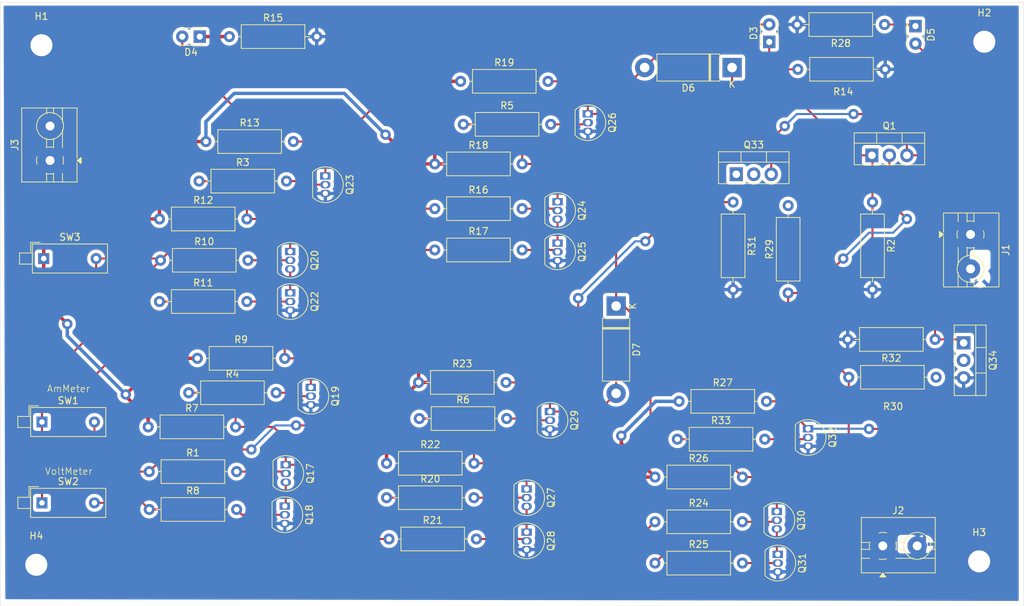
<source format=kicad_pcb>
(kicad_pcb (version 20240108) (generator "pcbnew") (generator_version "8.0")
  (layers (0 "F.Cu" signal) (31 "B.Cu" signal) (34 "B.Paste" user) (35 "F.Paste" user) (36 "B.SilkS" user "B.Silkscreen") (37 "F.SilkS" user "F.Silkscreen") (38 "B.Mask" user) (39 "F.Mask" user) (44 "Edge.Cuts" user))
  (net 0 "")
  (net 1 "VCC")
  (net 2 "GND")
  (net 3 "/SIGNAL_NOT_ALLOWED")
  (net 4 "Net-(D3-K)")
  (net 5 "/SIGNAL_POWER_BUTTON")
  (net 6 "Net-(D4-K)")
  (net 7 "Net-(D5-A)")
  (net 8 "Net-(D5-K)")
  (net 9 "/SIGNAL_MEASURING_AMPS")
  (net 10 "Net-(D6-K)")
  (net 11 "/SIGNAL_MEASURING_VOLTS")
  (net 12 "/SIGNAL_ALLOWED_TO_MEASURER")
  (net 13 "Net-(Q17-E)")
  (net 14 "Net-(Q17-B)")
  (net 15 "Net-(Q18-B)")
  (net 16 "/SIGNAL_DUAL-METER")
  (net 17 "Net-(Q20-B)")
  (net 18 "Net-(Q20-C)")
  (net 19 "Net-(Q20-E)")
  (net 20 "Net-(Q22-B)")
  (net 21 "Net-(Q24-E)")
  (net 22 "Net-(Q24-B)")
  (net 23 "Net-(Q24-C)")
  (net 24 "Net-(Q25-B)")
  (net 25 "Net-(Q27-C)")
  (net 26 "Net-(Q27-E)")
  (net 27 "Net-(Q27-B)")
  (net 28 "Net-(Q28-B)")
  (net 29 "Net-(Q30-E)")
  (net 30 "Net-(Q30-B)")
  (net 31 "Net-(Q30-C)")
  (net 32 "Net-(Q31-B)")
  (net 33 "Net-(Q33-D)")
  (net 34 "Net-(Q34-D)")
  (net 35 "Net-(Q19-B)")
  (net 36 "/SIGNAL_AMMETER")
  (net 37 "/SIGNAL_VOLTMETER")
  (net 38 "/INPUT_POSITIVE")
  (net 39 "Net-(J1-Pin_1)")
  (net 40 "Net-(Q23-B)")
  (net 41 "Net-(Q26-B)")
  (net 42 "Net-(Q29-B)")
  (net 43 "Net-(Q32-B)")
  (footprint "Resistor_THT:R_Axial_DIN0309_L9.0mm_D3.2mm_P12.70mm_Horizontal" (layer "F.Cu") (at 163.3 88.5)
    (property "Reference" "R30")
    (property "Value" "0.015 Ohm")
  )
  (footprint "Package_TO_SOT_THT:TO-220-3_Vertical" (layer "F.Cu") (at 146.96 59)
    (property "Reference" "Q33")
    (property "Value" "IRLZ44N")
  )
  (footprint "Resistor_THT:R_Axial_DIN0309_L9.0mm_D3.2mm_P12.70mm_Horizontal" (layer "F.Cu") (at 67.4 90.75)
    (property "Reference" "R4")
    (property "Value" "10K")
  )
  (footprint "Package_TO_SOT_THT:TO-92_Inline" (layer "F.Cu") (at 116.49 104.73 -90)
    (property "Reference" "Q27")
    (property "Value" "BC547")
  )
  (footprint "Resistor_THT:R_Axial_DIN0309_L9.0mm_D3.2mm_P12.70mm_Horizontal" (layer "F.Cu") (at 146.5 63.055 -90)
    (property "Reference" "R31")
    (property "Value" "5K")
  )
  (footprint "Resistor_THT:R_Axial_DIN0309_L9.0mm_D3.2mm_P12.70mm_Horizontal" (layer "F.Cu") (at 96.5 112)
    (property "Reference" "R21")
    (property "Value" "10K")
  )
  (footprint "TerminalBlock:TerminalBlock_MaiXu_MX126-5.0-02P_1x02_P5.00mm" (layer "F.Cu") (at 181 67.75 -90)
    (property "Reference" "J1")
    (property "Value" "Screw_Terminal_01x02")
  )
  (footprint "Resistor_THT:R_Axial_DIN0309_L9.0mm_D3.2mm_P12.70mm_Horizontal" (layer "F.Cu") (at 135.15 115.5)
    (property "Reference" "R25")
    (property "Value" "10K")
  )
  (footprint "Package_TO_SOT_THT:TO-92_Inline" (layer "F.Cu") (at 119.89 93.48 -90)
    (property "Reference" "Q29")
    (property "Value" "BC547")
  )
  (footprint "Resistor_THT:R_Axial_DIN0309_L9.0mm_D3.2mm_P12.70mm_Horizontal" (layer "F.Cu") (at 103.15 57.5)
    (property "Reference" "R18")
    (property "Value" "1K")
  )
  (footprint "Package_TO_SOT_THT:TO-220-3_Vertical" (layer "F.Cu") (at 180 83.5 -90)
    (property "Reference" "Q34")
    (property "Value" "IRLZ44N")
  )
  (footprint "Resistor_THT:R_Axial_DIN0309_L9.0mm_D3.2mm_P12.70mm_Horizontal" (layer "F.Cu") (at 68.9 60)
    (property "Reference" "R3")
    (property "Value" "10K")
  )
  (footprint "Package_TO_SOT_THT:TO-92_Inline" (layer "F.Cu") (at 81.5 101.21 -90)
    (property "Reference" "Q17")
    (property "Value" "BC547")
  )
  (footprint "Resistor_THT:R_Axial_DIN0309_L9.0mm_D3.2mm_P12.70mm_Horizontal" (layer "F.Cu") (at 168.5 37.25 180)
    (property "Reference" "R28")
    (property "Value" "1K")
  )
  (footprint "Package_TO_SOT_THT:TO-92_Inline" (layer "F.Cu") (at 125.39 50.23 -90)
    (property "Reference" "Q26")
    (property "Value" "BC547")
  )
  (footprint "TerminalBlock:TerminalBlock_MaiXu_MX126-5.0-02P_1x02_P5.00mm" (layer "F.Cu") (at 168.25 113)
    (property "Reference" "J2")
    (property "Value" "Conn_01x02_Socket")
  )
  (footprint "Package_TO_SOT_THT:TO-220-3_Vertical" (layer "F.Cu") (at 166.67 56.25)
    (property "Reference" "Q1")
    (property "Value" "IRLZ44N")
  )
  (footprint "Diode_THT:D_5W_P12.70mm_Horizontal" (layer "F.Cu") (at 146.35 43.5 180)
    (property "Reference" "D6")
    (property "Value" "1N4148WT")
  )
  (footprint "Package_TO_SOT_THT:TO-92_Inline" (layer "F.Cu") (at 120.99 63 -90)
    (property "Reference" "Q24")
    (property "Value" "BC547")
  )
  (footprint "MountingHole:MountingHole_3.2mm_M3" (layer "F.Cu") (at 182.25 115.25)
    (property "Reference" "H3")
    (property "Value" "MountingHole")
  )
  (footprint "Package_TO_SOT_THT:TO-92_Inline" (layer "F.Cu") (at 152.99 114.23 -90)
    (property "Reference" "Q31")
    (property "Value" "BC547")
  )
  (footprint "Package_TO_SOT_THT:TO-92_Inline" (layer "F.Cu") (at 120.99 69 -90)
    (property "Reference" "Q25")
    (property "Value" "BC547")
  )
  (footprint "MountingHole:MountingHole_3.2mm_M3" (layer "F.Cu") (at 183 39.75)
    (property "Reference" "H2")
    (property "Value" "MountingHole")
  )
  (footprint "Resistor_THT:R_Axial_DIN0309_L9.0mm_D3.2mm_P12.70mm_Horizontal" (layer "F.Cu") (at 100.9 94.5)
    (property "Reference" "R6")
    (property "Value" "10K")
  )
  (footprint "Package_TO_SOT_THT:TO-92_Inline" (layer "F.Cu") (at 82.14 70.23 -90)
    (property "Reference" "Q20")
    (property "Value" "BC547")
  )
  (footprint "Resistor_THT:R_Axial_DIN0309_L9.0mm_D3.2mm_P12.70mm_Horizontal" (layer "F.Cu") (at 63.15 77.5)
    (property "Reference" "R11")
    (property "Value" "10K")
  )
  (footprint "Package_TO_SOT_THT:TO-92_Inline" (layer "F.Cu") (at 85.14 89.98 -90)
    (property "Reference" "Q19")
    (property "Value" "BC547")
  )
  (footprint "Resistor_THT:R_Axial_DIN0309_L9.0mm_D3.2mm_P12.70mm_Horizontal" (layer "F.Cu") (at 69.9 54.25)
    (property "Reference" "R13")
    (property "Value" "1K")
  )
  (footprint "Resistor_THT:R_Axial_DIN0309_L9.0mm_D3.2mm_P12.70mm_Horizontal" (layer "F.Cu") (at 100.8 89.25)
    (property "Reference" "R23")
    (property "Value" "1K")
  )
  (footprint "Resistor_THT:R_Axial_DIN0309_L9.0mm_D3.2mm_P12.70mm_Horizontal" (layer "F.Cu") (at 63.15 65.5)
    (property "Reference" "R12")
    (property "Value" "1K")
  )
  (footprint "Package_TO_SOT_THT:TO-92_Inline" (layer "F.Cu") (at 152.85 108 -90)
    (property "Reference" "Q30")
    (property "Value" "BC547")
  )
  (footprint "Package_TO_SOT_THT:TO-92_Inline" (layer "F.Cu") (at 81.36 107.21 -90)
    (property "Reference" "Q18")
    (property "Value" "BC547")
  )
  (footprint "Resistor_THT:R_Axial_DIN0309_L9.0mm_D3.2mm_P12.70mm_Horizontal" (layer "F.Cu") (at 103.15 64)
    (property "Reference" "R16")
    (property "Value" "10K")
  )
  (footprint "Resistor_THT:R_Axial_DIN0309_L9.0mm_D3.2mm_P12.70mm_Horizontal" (layer "F.Cu") (at 135.15 103)
    (property "Reference" "R26")
    (property "Value" "1K")
  )
  (footprint "Package_TO_SOT_THT:TO-92_Inline" (layer "F.Cu") (at 82.14 76.23 -90)
    (property "Reference" "Q22")
    (property "Value" "BC547")
  )
  (footprint "Resistor_THT:R_Axial_DIN0309_L9.0mm_D3.2mm_P12.70mm_Horizontal" (layer "F.Cu") (at 63.3 71.5)
    (property "Reference" "R10")
    (property "Value" "10K")
  )
  (footprint "Resistor_THT:R_Axial_DIN0309_L9.0mm_D3.2mm_P12.70mm_Horizontal" (layer "F.Cu") (at 166.75 63.05 -90)
    (property "Reference" "R2")
    (property "Value" "5K")
  )
  (footprint "Resistor_THT:R_Axial_DIN0309_L9.0mm_D3.2mm_P12.70mm_Horizontal" (layer "F.Cu") (at 107.3 51.75)
    (property "Reference" "R5")
    (property "Value" "10K")
  )
  (footprint "Resistor_THT:R_Axial_DIN0309_L9.0mm_D3.2mm_P12.70mm_Horizontal" (layer "F.Cu") (at 135.15 109.5)
    (property "Reference" "R24")
    (property "Value" "10K")
  )
  (footprint "Resistor_THT:R_Axial_DIN0309_L9.0mm_D3.2mm_P12.70mm_Horizontal" (layer "F.Cu") (at 61.66 107.71)
    (property "Reference" "R8")
    (property "Value" "10K")
  )
  (footprint "Package_TO_SOT_THT:TO-92_Inline" (layer "F.Cu") (at 116.49 111 -90)
    (property "Reference" "Q28")
    (property "Value" "BC547")
  )
  (footprint "MountingHole:MountingHole_3.2mm_M3" (layer "F.Cu") (at 46 40.25)
    (property "Reference" "H1")
    (property "Value" "MountingHole")
  )
  (footprint "Button_Switch_THT:SW_DIP_SPSTx01_Piano_10.8x4.1mm_W7.62mm_P2.54mm" (layer "F.Cu") (at 46.325 71.25)
    (property "Reference" "SW3")
    (property "Value" "SW_DPST_x2")
  )
  (footprint "Resistor_THT:R_Axial_DIN0309_L9.0mm_D3.2mm_P12.70mm_Horizontal" (layer "F.Cu") (at 96.15 101)
    (property "Reference" "R22")
    (property "Value" "1K")
  )
  (footprint "LED_THT:LED_D1.8mm_W3.3mm_H2.4mm" (layer "F.Cu") (at 151.75 39.775 90)
    (property "Reference" "D3")
    (property "Value" "RED - LED")
  )
  (footprint "Button_Switch_THT:SW_DIP_SPSTx01_Piano_10.8x4.1mm_W7.62mm_P2.54mm" (layer "F.Cu") (at 46.075 95)
    (property "Reference" "SW1")
    (property "Value" "SW_DPST_x2")
  )
  (footprint "Diode_THT:D_5W_P12.70mm_Horizontal" (layer "F.Cu") (at 129.5 78.15 -90)
    (property "Reference" "D7")
    (property "Value" "1N4148WT")
  )
  (footprint "Resistor_THT:R_Axial_DIN0309_L9.0mm_D3.2mm_P12.70mm_Horizontal" (layer "F.Cu") (at 154.5 76.255 90)
    (property "Reference" "R29")
    (property "Value" "100K")
  )
  (footprint "MountingHole:MountingHole_3.2mm_M3" (layer "F.Cu") (at 45.25 115.75)
    (property "Reference" "H4")
    (property "Value" "MountingHole")
  )
  (footprint "Resistor_THT:R_Axial_DIN0309_L9.0mm_D3.2mm_P12.70mm_Horizontal" (layer "F.Cu") (at 138.65 92)
    (property "Reference" "R27")
    (property "Value" "1K")
  )
  (footprint "TerminalBlock:TerminalBlock_MaiXu_MX126-5.0-02P_1x02_P5.00mm" (layer "F.Cu") (at 47.25 57 90)
    (property "Reference" "J3")
    (property "Value" "Screw_Terminal_01x02")
  )
  (footprint "Resistor_THT:R_Axial_DIN0309_L9.0mm_D3.2mm_P12.70mm_Horizontal" (layer "F.Cu") (at 103.15 70)
    (property "Reference" "R17")
    (property "Value" "10K")
  )
  (footprint "Resistor_THT:R_Axial_DIN0309_L9.0mm_D3.2mm_P12.70mm_Horizontal" (layer "F.Cu") (at 175.85 83 180)
    (property "Reference" "R32")
    (property "Value" "5K")
  )
  (footprint "Resistor_THT:R_Axial_DIN0309_L9.0mm_D3.2mm_P12.70mm_Horizontal" (layer "F.Cu") (at 138.4 97.5)
    (property "Reference" "R33")
    (property "Value" "10K")
  )
  (footprint "Package_TO_SOT_THT:TO-92_Inline" (layer "F.Cu") (at 157.39 95.98 -90)
    (property "Reference" "Q32")
    (property "Value" "BC547")
  )
  (footprint "Resistor_THT:R_Axial_DIN0309_L9.0mm_D3.2mm_P12.70mm_Horizontal" (layer "F.Cu") (at 96.15 106)
    (property "Reference" "R20")
    (property "Value" "10K")
  )
  (footprint "Resistor_THT:R_Axial_DIN0309_L9.0mm_D3.2mm_P12.70mm_Horizontal" (layer "F.Cu") (at 61.66 102.21)
    (property "Reference" "R1")
    (property "Value" "10K")
  )
  (footprint "LED_THT:LED_D1.8mm_W3.3mm_H2.4mm" (layer "F.Cu") (at 173 37.475 -90)
    (property "Reference" "D5")
    (property "Value" "WHITE- LED")
  )
  (footprint "Resistor_THT:R_Axial_DIN0309_L9.0mm_D3.2mm_P12.70mm_Horizontal" (layer "F.Cu") (at 68.65 85.75)
    (property "Reference" "R9")
    (property "Value" "1K")
  )
  (footprint "Button_Switch_THT:SW_DIP_SPSTx01_Piano_10.8x4.1mm_W7.62mm_P2.54mm" (layer "F.Cu") (at 46.075 106.75)
    (property "Reference" "SW2")
    (property "Value" "SW_DPST_x2")
  )
  (footprint "Resistor_THT:R_Axial_DIN0309_L9.0mm_D3.2mm_P12.70mm_Horizontal" (layer "F.Cu") (at 155.9 43.75)
    (property "Reference" "R14")
    (property "Value" "1K")
  )
  (footprint "Resistor_THT:R_Axial_DIN0309_L9.0mm_D3.2mm_P12.70mm_Horizontal" (layer "F.Cu") (at 61.51 95.71)
    (property "Reference" "R7")
    (property "Value" "1K")
  )
  (footprint "Resistor_THT:R_Axial_DIN0309_L9.0mm_D3.2mm_P12.70mm_Horizontal" (layer "F.Cu") (at 106.9 45.5)
    (property "Reference" "R19")
    (property "Value" "1K")
  )
  (footprint "LED_THT:LED_D1.8mm_W3.3mm_H2.4mm" (layer "F.Cu") (at 69 39 180)
    (property "Reference" "D4")
    (property "Value" "GREEN - LED")
  )
  (footprint "Package_TO_SOT_THT:TO-92_Inline" (layer "F.Cu") (at 87.25 59.25 -90)
    (property "Reference" "Q23")
    (property "Value" "BC547")
  )
  (footprint "Resistor_THT:R_Axial_DIN0309_L9.0mm_D3.2mm_P12.70mm_Horizontal" (layer "F.Cu") (at 73.3 39)
    (property "Reference" "R15")
    (property "Value" "1K")
  )
  (gr_rect (start 40 34) (end 188.75 121.75) (stroke (width 0.05)) (fill none) (layer "Edge.Cuts"))
  (gr_text "VoltMeter\n" (at 46.445 102.75 0) (layer "F.SilkS") (effects (font (size 1 1) (thickness 0.1)) (justify left bottom)))
  (gr_text "AmMeter" (at 46.75 90.75 0) (layer "F.SilkS") (effects (font (size 1 1) (thickness 0.1)) (justify left bottom)))
  (segment (start 100.25 57.5) (end 96 53.25) (width 0.5) (layer "F.Cu") (net 1))
  (segment (start 47.25 62.25) (end 50.625 65.625) (width 0.5) (layer "F.Cu") (net 1))
  (segment (start 61.51 94.51) (end 61.51 95.71) (width 0.5) (layer "F.Cu") (net 1))
  (segment (start 63.15 65.5) (end 63.15 58.6) (width 0.5) (layer "F.Cu") (net 1))
  (segment (start 58.25 91.25) (end 61.51 94.51) (width 0.5) (layer "F.Cu") (net 1))
  (segment (start 125.75 103) (end 135.15 103) (width 0.5) (layer "F.Cu") (net 1))
  (segment (start 104.75 57.5) (end 107.25 60) (width 0.5) (layer "F.Cu") (net 1))
  (segment (start 47.25 57) (end 47.25 62.25) (width 0.5) (layer "F.Cu") (net 1))
  (segment (start 130.25 98.1) (end 130.25 97) (width 0.5) (layer "F.Cu") (net 1))
  (segment (start 63.5 85.75) (end 68.65 85.75) (width 0.5) (layer "F.Cu") (net 1))
  (segment (start 112.5 99.25) (end 122 99.25) (width 0.5) (layer "F.Cu") (net 1))
  (segment (start 103.15 47.85) (end 105.5 45.5) (width 0.5) (layer "F.Cu") (net 1))
  (segment (start 67.5 54.25) (end 69.9 54.25) (width 0.5) (layer "F.Cu") (net 1))
  (segment (start 58.25 91) (end 58.25 91.25) (width 0.5) (layer "F.Cu") (net 1))
  (segment (start 103.15 57.5) (end 103.15 47.85) (width 0.5) (layer "F.Cu") (net 1))
  (segment (start 103.15 57.5) (end 100.25 57.5) (width 0.5) (layer "F.Cu") (net 1))
  (segment (start 100.8 89.25) (end 102.5 89.25) (width 0.5) (layer "F.Cu") (net 1))
  (segment (start 96.15 93.9) (end 100.8 89.25) (width 0.5) (layer "F.Cu") (net 1))
  (segment (start 100.8 82.95) (end 100.8 89.25) (width 0.5) (layer "F.Cu") (net 1))
  (segment (start 122 99.25) (end 125.75 103) (width 0.5) (layer "F.Cu") (net 1))
  (segment (start 58.25 91) (end 63.5 85.75) (width 0.5) (layer "F.Cu") (net 1))
  (segment (start 105.5 45.5) (end 106.9 45.5) (width 0.5) (layer "F.Cu") (net 1))
  (segment (start 103.15 57.5) (end 104.75 57.5) (width 0.5) (layer "F.Cu") (net 1))
  (segment (start 96.15 101) (end 96.15 93.9) (width 0.5) (layer "F.Cu") (net 1))
  (segment (start 50.75 65.5) (end 63.15 65.5) (width 0.5) (layer "F.Cu") (net 1))
  (segment (start 46.325 71.25) (end 46.325 77.325) (width 0.5) (layer "F.Cu") (net 1))
  (segment (start 46.325 69.925) (end 50.625 65.625) (width 0.5) (layer "F.Cu") (net 1))
  (segment (start 102.5 89.25) (end 112.5 99.25) (width 0.5) (layer "F.Cu") (net 1))
  (segment (start 46.325 71.25) (end 46.325 69.925) (width 0.5) (layer "F.Cu") (net 1))
  (segment (start 107.25 60) (end 107.25 76.5) (width 0.5) (layer "F.Cu") (net 1))
  (segment (start 50.625 65.625) (end 50.75 65.5) (width 0.5) (layer "F.Cu") (net 1))
  (segment (start 63.15 58.6) (end 67.5 54.25) (width 0.5) (layer "F.Cu") (net 1))
  (segment (start 46.325 77.325) (end 49.75 80.75) (width 0.5) (layer "F.Cu") (net 1))
  (segment (start 107.25 76.5) (end 100.8 82.95) (width 0.5) (layer "F.Cu") (net 1))
  (segment (start 135.15 103) (end 130.25 98.1) (width 0.5) (layer "F.Cu") (net 1))
  (via (at 58.25 91) (size 1.5) (drill 0.75) (layers "F.Cu" "B.Cu") (net 1))
  (via (at 96 53.25) (size 1.5) (drill 0.75) (layers "F.Cu" "B.Cu") (net 1))
  (via (at 130.25 97) (size 1.5) (drill 0.75) (layers "F.Cu" "B.Cu") (net 1))
  (via (at 49.75 80.75) (size 1.5) (drill 0.75) (layers "F.Cu" "B.Cu") (net 1))
  (segment (start 74 47.25) (end 69.9 51.35) (width 0.5) (layer "B.Cu") (net 1))
  (segment (start 49.75 80.75) (end 49.75 82.5) (width 0.5) (layer "B.Cu") (net 1))
  (segment (start 135.25 92) (end 138.65 92) (width 0.5) (layer "B.Cu") (net 1))
  (segment (start 96 53.25) (end 90 47.25) (width 0.5) (layer "B.Cu") (net 1))
  (segment (start 130.25 97) (end 135.25 92) (width 0.5) (layer "B.Cu") (net 1))
  (segment (start 69.9 51.35) (end 69.9 54.25) (width 0.5) (layer "B.Cu") (net 1))
  (segment (start 49.75 82.5) (end 58.25 91) (width 0.5) (layer "B.Cu") (net 1))
  (segment (start 90 47.25) (end 74 47.25) (width 0.5) (layer "B.Cu") (net 1))
  (segment (start 87.25 56.25) (end 87.25 59.25) (width 0.3) (layer "F.Cu") (net 3))
  (segment (start 106.25 37.25) (end 114.75 37.25) (width 0.3) (layer "F.Cu") (net 3))
  (segment (start 87.25 56.25) (end 106.25 37.25) (width 0.3) (layer "F.Cu") (net 3))
  (segment (start 82.6 54.25) (end 85.5 54.25) (width 0.3) (layer "F.Cu") (net 3))
  (segment (start 114.75 37.25) (end 114.765 37.235) (width 0.3) (layer "F.Cu") (net 3))
  (segment (start 87.25 56) (end 87.25 56.25) (width 0.3) (layer "F.Cu") (net 3))
  (segment (start 114.765 37.235) (end 151.75 37.235) (width 0.3) (layer "F.Cu") (net 3))
  (segment (start 85.5 54.25) (end 87.25 56) (width 0.3) (layer "F.Cu") (net 3))
  (segment (start 151.75 39.775) (end 151.75 41.5) (width 0.3) (layer "F.Cu") (net 4))
  (segment (start 151.75 41.5) (end 154 43.75) (width 0.3) (layer "F.Cu") (net 4))
  (segment (start 154 43.75) (end 155.9 43.75) (width 0.3) (layer "F.Cu") (net 4))
  (segment (start 56.5 117) (end 127.65 117) (width 0.3) (layer "F.Cu") (net 5))
  (segment (start 53.945 71.25) (end 53.945 81.555) (width 0.3) (layer "F.Cu") (net 5))
  (segment (start 63.3 71.5) (end 65.75 69.05) (width 0.3) (layer "F.Cu") (net 5))
  (segment (start 65.75 59.25) (end 67.75 57.25) (width 0.3) (layer "F.Cu") (net 5))
  (segment (start 53.945 81.555) (end 46.075 89.425) (width 0.3) (layer "F.Cu") (net 5))
  (segment (start 50.5 111) (end 56.5 117) (width 0.3) (layer "F.Cu") (net 5))
  (segment (start 66.5 41.25) (end 66.46 41.21) (width 0.3) (layer "F.Cu") (net 5))
  (segment (start 56.75 85.25) (end 50.5 91.5) (width 0.3) (layer "F.Cu") (net 5))
  (segment (start 53.945 71.25) (end 63.05 71.25) (width 0.3) (layer "F.Cu") (net 5))
  (segment (start 74.5 49.75) (end 66.5 41.75) (width 0.3) (layer "F.Cu") (net 5))
  (segment (start 127.65 117) (end 135.15 109.5) (width 0.3) (layer "F.Cu") (net 5))
  (segment (start 57.05 77.75) (end 57 77.75) (width 0.3) (layer "F.Cu") (net 5))
  (segment (start 67.75 57.25) (end 72.25 57.25) (width 0.3) (layer "F.Cu") (net 5))
  (segment (start 57 77.75) (end 56.75 78) (width 0.3) (layer "F.Cu") (net 5))
  (segment (start 50.5 91.5) (end 50.5 111) (width 0.3) (layer "F.Cu") (net 5))
  (segment (start 66.5 41.75) (end 66.5 41.25) (width 0.3) (layer "F.Cu") (net 5))
  (segment (start 46.075 95) (end 46.075 106.75) (width 0.3) (layer "F.Cu") (net 5))
  (segment (start 63.05 71.25) (end 63.3 71.5) (width 0.3) (layer "F.Cu") (net 5))
  (segment (start 65.75 69.05) (end 65.75 59.25) (width 0.3) (layer "F.Cu") (net 5))
  (segment (start 74.5 55) (end 74.5 49.75) (width 0.3) (layer "F.Cu") (net 5))
  (segment (start 46.075 89.425) (end 46.075 95) (width 0.3) (layer "F.Cu") (net 5))
  (segment (start 63.3 71.5) (end 57.05 77.75) (width 0.3) (layer "F.Cu") (net 5))
  (segment (start 72.25 57.25) (end 74.5 55) (width 0.3) (layer "F.Cu") (net 5))
  (segment (start 56.75 78) (end 56.75 85.25) (width 0.3) (layer "F.Cu") (net 5))
  (segment (start 66.46 41.21) (end 66.46 39) (width 0.3) (layer "F.Cu") (net 5))
  (segment (start 69 39) (end 73.3 39) (width 0.5) (layer "F.Cu") (net 6))
  (segment (start 151.35 92) (end 153.41 92) (width 0.3) (layer "F.Cu") (net 7))
  (segment (start 166.25 96) (end 180.5 96) (width 0.3) (layer "F.Cu") (net 7))
  (segment (start 153.41 92) (end 157.39 95.98) (width 0.3) (layer "F.Cu") (net 7))
  (segment (start 186.75 89.75) (end 186.75 53.765) (width 0.3) (layer "F.Cu") (net 7))
  (segment (start 186.75 53.765) (end 173 40.015) (width 0.3) (layer "F.Cu") (net 7))
  (segment (start 180.5 96) (end 186.75 89.75) (width 0.3) (layer "F.Cu") (net 7))
  (via (at 166.25 96) (size 1.5) (drill 0.75) (layers "F.Cu" "B.Cu") (net 7))
  (segment (start 166.23 95.98) (end 166.25 96) (width 0.3) (layer "B.Cu") (net 7))
  (segment (start 157.39 95.98) (end 166.23 95.98) (width 0.3) (layer "B.Cu") (net 7))
  (segment (start 168.5 37.25) (end 172.775 37.25) (width 0.3) (layer "F.Cu") (net 8))
  (segment (start 179.5 83) (end 180 83.5) (width 0.3) (layer "F.Cu") (net 9))
  (segment (start 166.75 63.05) (end 166.75 56.33) (width 0.3) (layer "F.Cu") (net 9))
  (segment (start 137.9 39.25) (end 147 39.25) (width 0.3) (layer "F.Cu") (net 9))
  (segment (start 166.75 69.75) (end 175.85 78.85) (width 0.3) (layer "F.Cu") (net 9))
  (segment (start 166.75 63.05) (end 166.75 69.75) (width 0.3) (layer "F.Cu") (net 9))
  (segment (start 119.6 45.5) (end 122 45.5) (width 0.3) (layer "F.Cu") (net 9))
  (segment (start 166.75 56.33) (end 166.67 56.25) (width 0.3) (layer "F.Cu") (net 9))
  (segment (start 125.39 50.23) (end 126.92 50.23) (width 0.3) (layer "F.Cu") (net 9))
  (segment (start 147 39.25) (end 164 56.25) (width 0.3) (layer "F.Cu") (net 9))
  (segment (start 133.65 43.5) (end 137.9 39.25) (width 0.3) (layer "F.Cu") (net 9))
  (segment (start 122 45.5) (end 125.39 48.89) (width 0.3) (layer "F.Cu") (net 9))
  (segment (start 164 56.25) (end 166.67 56.25) (width 0.3) (layer "F.Cu") (net 9))
  (segment (start 175.85 83) (end 179.5 83) (width 0.3) (layer "F.Cu") (net 9))
  (segment (start 126.92 50.23) (end 133.65 43.5) (width 0.3) (layer "F.Cu") (net 9))
  (segment (start 125.39 48.89) (end 125.39 50.23) (width 0.3) (layer "F.Cu") (net 9))
  (segment (start 175.85 78.85) (end 175.85 83) (width 0.3) (layer "F.Cu") (net 9))
  (segment (start 129.5 63.75) (end 129.5 78.15) (width 0.3) (layer "F.Cu") (net 10))
  (segment (start 130.65 78.15) (end 134.5 82) (width 0.3) (layer "F.Cu") (net 10))
  (segment (start 139.25 102.25) (end 139.25 111.4) (width 0.3) (layer "F.Cu") (net 10))
  (segment (start 134.5 82) (end 134.5 97.5) (width 0.3) (layer "F.Cu") (net 10))
  (segment (start 129.5 78.15) (end 130.65 78.15) (width 0.3) (layer "F.Cu") (net 10))
  (segment (start 134.5 97.5) (end 139.25 102.25) (width 0.3) (layer "F.Cu") (net 10))
  (segment (start 146.35 43.5) (end 146.35 46.9) (width 0.3) (layer "F.Cu") (net 10))
  (segment (start 146.35 46.9) (end 129.5 63.75) (width 0.3) (layer "F.Cu") (net 10))
  (segment (start 139.25 111.4) (end 135.15 115.5) (width 0.3) (layer "F.Cu") (net 10))
  (segment (start 119.89 93.48) (end 126.87 93.48) (width 0.3) (layer "F.Cu") (net 11))
  (segment (start 119.89 91.64) (end 119.89 93.48) (width 0.3) (layer "F.Cu") (net 11))
  (segment (start 139.445 63.055) (end 146.5 63.055) (width 0.3) (layer "F.Cu") (net 11))
  (segment (start 129.5 88) (end 124.25 82.75) (width 0.3) (layer "F.Cu") (net 11))
  (segment (start 126.87 93.48) (end 129.5 90.85) (width 0.3) (layer "F.Cu") (net 11))
  (segment (start 117.5 89.25) (end 119.89 91.64) (width 0.3) (layer "F.Cu") (net 11))
  (segment (start 129.5 90.85) (end 129.5 88) (width 0.3) (layer "F.Cu") (net 11))
  (segment (start 133.75 68.75) (end 139.445 63.055) (width 0.3) (layer "F.Cu") (net 11))
  (segment (start 124 82.5) (end 124 77) (width 0.3) (layer "F.Cu") (net 11))
  (segment (start 124.25 82.75) (end 124 82.5) (width 0.3) (layer "F.Cu") (net 11))
  (segment (start 113.5 89.25) (end 117.5 89.25) (width 0.3) (layer "F.Cu") (net 11))
  (via (at 124 77) (size 1.5) (drill 0.75) (layers "F.Cu" "B.Cu") (net 11))
  (via (at 124 77) (size 1.5) (drill 0.75) (layers "F.Cu" "B.Cu") (net 11))
  (via (at 133.75 68.75) (size 1.5) (drill 0.75) (layers "F.Cu" "B.Cu") (net 11))
  (segment (start 132.25 68.75) (end 133.75 68.75) (width 0.3) (layer "B.Cu") (net 11))
  (segment (start 124 77) (end 132.25 68.75) (width 0.3) (layer "B.Cu") (net 11))
  (segment (start 95.5 75.75) (end 101.25 70) (width 0.3) (layer "F.Cu") (net 12))
  (segment (start 101.25 70) (end 103.15 70) (width 0.3) (layer "F.Cu") (net 12))
  (segment (start 74.21 95.71) (end 79.71 95.71) (width 0.3) (layer "F.Cu") (net 12))
  (segment (start 81.5 97.5) (end 88 97.5) (width 0.3) (layer "F.Cu") (net 12))
  (segment (start 95.5 90) (end 95.5 75.75) (width 0.3) (layer "F.Cu") (net 12))
  (segment (start 88 97.5) (end 95.5 90) (width 0.3) (layer "F.Cu") (net 12))
  (segment (start 79.71 95.71) (end 81.5 97.5) (width 0.3) (layer "F.Cu") (net 12))
  (segment (start 91 106) (end 91 109.75) (width 0.3) (layer "F.Cu") (net 12))
  (segment (start 86.21 101.21) (end 91 106) (width 0.3) (layer "F.Cu") (net 12))
  (segment (start 81.5 97.5) (end 81.5 101.21) (width 0.3) (layer "F.Cu") (net 12))
  (segment (start 74.21 94.21) (end 74.21 95.71) (width 0.3) (layer "F.Cu") (net 12))
  (segment (start 93.25 112) (end 96.5 112) (width 0.3) (layer "F.Cu") (net 12))
  (segment (start 91 109.75) (end 93.25 112) (width 0.3) (layer "F.Cu") (net 12))
  (segment (start 67.4 90.75) (end 70.75 90.75) (width 0.3) (layer "F.Cu") (net 12))
  (segment (start 81.5 101.21) (end 86.21 101.21) (width 0.3) (layer "F.Cu") (net 12))
  (segment (start 70.75 90.75) (end 74.21 94.21) (width 0.3) (layer "F.Cu") (net 12))
  (segment (start 81.5 107.07) (end 81.36 107.21) (width 0.3) (layer "F.Cu") (net 13))
  (segment (start 81.5 103.75) (end 81.5 107.07) (width 0.3) (layer "F.Cu") (net 13))
  (segment (start 81.23 102.21) (end 81.5 102.48) (width 0.3) (layer "F.Cu") (net 14))
  (segment (start 74.36 102.21) (end 81.23 102.21) (width 0.3) (layer "F.Cu") (net 14))
  (segment (start 75.13 108.48) (end 81.36 108.48) (width 0.3) (layer "F.Cu") (net 15))
  (segment (start 74.36 107.71) (end 75.13 108.48) (width 0.3) (layer "F.Cu") (net 15))
  (segment (start 79 81.75) (end 81.35 84.1) (width 0.3) (layer "F.Cu") (net 16))
  (segment (start 69.5 77.5) (end 73.75 81.75) (width 0.3) (layer "F.Cu") (net 16))
  (segment (start 73.75 81.75) (end 79 81.75) (width 0.3) (layer "F.Cu") (net 16))
  (segment (start 83.75 85.75) (end 85.14 87.14) (width 0.3) (layer "F.Cu") (net 16))
  (segment (start 81.35 85.75) (end 83.75 85.75) (width 0.3) (layer "F.Cu") (net 16))
  (segment (start 85.14 87.14) (end 85.14 89.98) (width 0.3) (layer "F.Cu") (net 16))
  (segment (start 81.35 84.1) (end 81.35 85.75) (width 0.3) (layer "F.Cu") (net 16))
  (segment (start 63.15 77.5) (end 69.5 77.5) (width 0.3) (layer "F.Cu") (net 16))
  (segment (start 76 71.5) (end 82.14 71.5) (width 0.3) (layer "F.Cu") (net 17))
  (segment (start 68.9 60) (end 72.75 60) (width 0.3) (layer "F.Cu") (net 18))
  (segment (start 75.85 63.1) (end 75.85 65.5) (width 0.3) (layer "F.Cu") (net 18))
  (segment (start 82.14 68.14) (end 82.14 70.23) (width 0.3) (layer "F.Cu") (net 18))
  (segment (start 72.75 60) (end 75.85 63.1) (width 0.3) (layer "F.Cu") (net 18))
  (segment (start 75.85 65.5) (end 79.5 65.5) (width 0.3) (layer "F.Cu") (net 18))
  (segment (start 79.5 65.5) (end 82.14 68.14) (width 0.3) (layer "F.Cu") (net 18))
  (segment (start 82.14 72.77) (end 82.14 76.23) (width 0.3) (layer "F.Cu") (net 19))
  (segment (start 75.85 77.5) (end 82.14 77.5) (width 0.3) (layer "F.Cu") (net 20))
  (segment (start 120.99 65.54) (end 120.99 69) (width 0.3) (layer "F.Cu") (net 21))
  (segment (start 115.85 64) (end 120.72 64) (width 0.3) (layer "F.Cu") (net 22))
  (segment (start 120.72 64) (end 120.99 64.27) (width 0.3) (layer "F.Cu") (net 22))
  (segment (start 115.85 55.85) (end 115.85 57.5) (width 0.3) (layer "F.Cu") (net 23))
  (segment (start 107.3 51.75) (end 111.75 51.75) (width 0.3) (layer "F.Cu") (net 23))
  (segment (start 118 57.5) (end 120.99 60.49) (width 0.3) (layer "F.Cu") (net 23))
  (segment (start 115.85 57.5) (end 118 57.5) (width 0.3) (layer "F.Cu") (net 23))
  (segment (start 111.75 51.75) (end 115.85 55.85) (width 0.3) (layer "F.Cu") (net 23))
  (segment (start 120.99 60.49) (end 120.99 63) (width 0.3) (layer "F.Cu") (net 23))
  (segment (start 115.85 70) (end 120.72 70) (width 0.3) (layer "F.Cu") (net 24))
  (segment (start 120.72 70) (end 120.99 70.27) (width 0.3) (layer "F.Cu") (net 24))
  (segment (start 108.85 99.1) (end 108.85 101) (width 0.3) (layer "F.Cu") (net 25))
  (segment (start 116.49 102.99) (end 116.49 104.73) (width 0.3) (layer "F.Cu") (net 25))
  (segment (start 108.85 101) (end 114.5 101) (width 0.3) (layer "F.Cu") (net 25))
  (segment (start 114.5 101) (end 116.49 102.99) (width 0.3) (layer "F.Cu") (net 25))
  (segment (start 104.25 94.5) (end 108.85 99.1) (width 0.3) (layer "F.Cu") (net 25))
  (segment (start 100.9 94.5) (end 104.25 94.5) (width 0.3) (layer "F.Cu") (net 25))
  (segment (start 116.49 107.27) (end 116.49 111) (width 0.3) (layer "F.Cu") (net 26))
  (segment (start 108.85 106) (end 116.49 106) (width 0.3) (layer "F.Cu") (net 27))
  (segment (start 109.2 112) (end 116.22 112) (width 0.3) (layer "F.Cu") (net 28))
  (segment (start 116.22 112) (end 116.49 112.27) (width 0.3) (layer "F.Cu") (net 28))
  (segment (start 152.85 110.54) (end 152.85 114.09) (width 0.3) (layer "F.Cu") (net 29))
  (segment (start 152.85 114.09) (end 152.99 114.23) (width 0.3) (layer "F.Cu") (net 29))
  (segment (start 152.62 109.5) (end 152.85 109.27) (width 0.3) (layer "F.Cu") (net 30))
  (segment (start 147.85 109.5) (end 152.62 109.5) (width 0.3) (layer "F.Cu") (net 30))
  (segment (start 138.4 97.5) (end 142.35 97.5) (width 0.3) (layer "F.Cu") (net 31))
  (segment (start 150.25 103) (end 152.85 105.6) (width 0.3) (layer "F.Cu") (net 31))
  (segment (start 152.85 105.6) (end 152.85 108) (width 0.3) (layer "F.Cu") (net 31))
  (segment (start 142.35 97.5) (end 147.85 103) (width 0.3) (layer "F.Cu") (net 31))
  (segment (start 147.85 103) (end 150.25 103) (width 0.3) (layer "F.Cu") (net 31))
  (segment (start 147.85 115.5) (end 152.99 115.5) (width 0.3) (layer "F.Cu") (net 32))
  (segment (start 82.75 91.25) (end 85.14 91.25) (width 0.3) (layer "F.Cu") (net 35))
  (segment (start 80.1 90.75) (end 82.25 90.75) (width 0.3) (layer "F.Cu") (net 35))
  (segment (start 82.25 90.75) (end 82.75 91.25) (width 0.3) (layer "F.Cu") (net 35))
  (segment (start 87.75 95.5) (end 93.75 89.5) (width 0.3) (layer "F.Cu") (net 36))
  (segment (start 65 99) (end 76.5 99) (width 0.3) (layer "F.Cu") (net 36))
  (segment (start 99.5 64) (end 103.15 64) (width 0.3) (layer "F.Cu") (net 36))
  (segment (start 93.75 89.5) (end 93.75 69.75) (width 0.3) (layer "F.Cu") (net 36))
  (segment (start 83 95.5) (end 87.75 95.5) (width 0.3) (layer "F.Cu") (net 36))
  (segment (start 61.66 102.21) (end 64.62 99.25) (width 0.3) (layer "F.Cu") (net 36))
  (segment (start 57.54 102.21) (end 61.66 102.21) (width 0.3) (layer "F.Cu") (net 36))
  (segment (start 64.62 99.25) (end 64.75 99.25) (width 0.3) (layer "F.Cu") (net 36))
  (segment (start 53.695 95) (end 53.695 98.445) (width 0.3) (layer "F.Cu") (net 36))
  (segment (start 93.75 69.75) (end 99.5 64) (width 0.3) (layer "F.Cu") (net 36))
  (segment (start 64.75 99.25) (end 65 99) (width 0.3) (layer "F.Cu") (net 36))
  (segment (start 53.695 98.445) (end 57.5 102.25) (width 0.3) (layer "F.Cu") (net 36))
  (segment (start 57.5 102.25) (end 57.54 102.21) (width 0.3) (layer "F.Cu") (net 36))
  (via (at 83 95.5) (size 1.5) (drill 0.75) (layers "F.Cu" "B.Cu") (net 36))
  (via (at 76.5 99) (size 1.5) (drill 0.75) (layers "F.Cu" "B.Cu") (net 36))
  (segment (start 80 95.5) (end 76.5 99) (width 0.3) (layer "B.Cu") (net 36))
  (segment (start 83 95.5) (end 80 95.5) (width 0.3) (layer "B.Cu") (net 36))
  (segment (start 97.25 115) (end 99.75 112.5) (width 0.3) (layer "F.Cu") (net 37))
  (segment (start 98 106) (end 96.15 106) (width 0.3) (layer "F.Cu") (net 37))
  (segment (start 53.695 106.75) (end 60.7 106.75) (width 0.3) (layer "F.Cu") (net 37))
  (segment (start 60.7 106.75) (end 61.66 107.71) (width 0.3) (layer "F.Cu") (net 37))
  (segment (start 99.75 107.75) (end 98 106) (width 0.3) (layer "F.Cu") (net 37))
  (segment (start 61.66 107.71) (end 63.21 107.71) (width 0.3) (layer "F.Cu") (net 37))
  (segment (start 70.5 115) (end 97.25 115) (width 0.3) (layer "F.Cu") (net 37))
  (segment (start 99.75 112.5) (end 99.75 107.75) (width 0.3) (layer "F.Cu") (net 37))
  (segment (start 63.21 107.71) (end 70.5 115) (width 0.3) (layer "F.Cu") (net 37))
  (segment (start 154.5 76.255) (end 157.495 76.255) (width 0.3) (layer "F.Cu") (net 38))
  (segment (start 154.5 76.255) (end 154.5 79.7) (width 0.3) (layer "F.Cu") (net 38))
  (segment (start 168.25 109.2) (end 168.25 113) (width 0.3) (layer "F.Cu") (net 38))
  (segment (start 163.3 88.5) (end 163.3 104) (width 0.3) (layer "F.Cu") (net 38))
  (segment (start 154.5 79.7) (end 163.3 88.5) (width 0.3) (layer "F.Cu") (net 38))
  (segment (start 163.3 104.25) (end 168.25 109.2) (width 0.3) (layer "F.Cu") (net 38))
  (segment (start 163.3 104) (end 163.3 104.3) (width 0.3) (layer "F.Cu") (net 38))
  (segment (start 163.3 104) (end 163.3 104.25) (width 0.3) (layer "F.Cu") (net 38))
  (segment (start 171.75 65.5) (end 169.21 62.96) (width 0.3) (layer "F.Cu") (net 38))
  (segment (start 169.21 62.96) (end 169.21 56.25) (width 0.3) (layer "F.Cu") (net 38))
  (segment (start 157.495 76.255) (end 162.5 71.25) (width 0.3) (layer "F.Cu") (net 38))
  (via (at 162.5 71.25) (size 1.5) (drill 0.75) (layers "F.Cu" "B.Cu") (net 38))
  (via (at 171.75 65.5) (size 1.5) (drill 0.75) (layers "F.Cu" "B.Cu") (net 38))
  (segment (start 162.5 71.25) (end 166.25 67.5) (width 0.3) (layer "B.Cu") (net 38))
  (segment (start 166.25 67.5) (end 169.75 67.5) (width 0.3) (layer "B.Cu") (net 38))
  (segment (start 169.75 67.5) (end 171.75 65.5) (width 0.3) (layer "B.Cu") (net 38))
  (segment (start 168.25 50.25) (end 164 50.25) (width 0.3) (layer "F.Cu") (net 39))
  (segment (start 171.75 56.25) (end 174.25 56.25) (width 0.3) (layer "F.Cu") (net 39))
  (segment (start 171.75 56.25) (end 171.75 53.75) (width 0.3) (layer "F.Cu") (net 39))
  (segment (start 181 63) (end 181 67.75) (width 0.3) (layer "F.Cu") (net 39))
  (segment (start 174.25 56.25) (end 181 63) (width 0.3) (layer "F.Cu") (net 39))
  (segment (start 152.04 53.96) (end 152.04 59) (width 0.3) (layer "F.Cu") (net 39))
  (segment (start 171.75 53.75) (end 168.25 50.25) (width 0.3) (layer "F.Cu") (net 39))
  (segment (start 154 52) (end 152.04 53.96) (width 0.3) (layer "F.Cu") (net 39))
  (via (at 154 52) (size 1.5) (drill 0.75) (layers "F.Cu" "B.Cu") (net 39))
  (via (at 164 50.25) (size 1.5) (drill 0.75) (layers "F.Cu" "B.Cu") (net 39))
  (segment (start 164 50.25) (end 155.75 50.25) (width 0.3) (layer "B.Cu") (net 39))
  (segment (start 155.75 50.25) (end 154 52) (width 0.3) (layer "B.Cu") (net 39))
  (segment (start 84 60) (end 84.52 60.52) (width 0.3) (layer "F.Cu") (net 40))
  (segment (start 84.52 60.52) (end 87.25 60.52) (width 0.3) (layer "F.Cu") (net 40))
  (segment (start 81.6 60) (end 84 60) (width 0.3) (layer "F.Cu") (net 40))
  (segment (start 125.14 51.75) (end 125.39 51.5) (width 0.3) (layer "F.Cu") (net 41))
  (segment (start 120 51.75) (end 125.14 51.75) (width 0.3) (layer "F.Cu") (net 41))
  (segment (start 117.5 94.75) (end 119.89 94.75) (width 0.3) (layer "F.Cu") (net 42))
  (segment (start 117.25 94.5) (end 117.5 94.75) (width 0.3) (layer "F.Cu") (net 42))
  (segment (start 113.6 94.5) (end 117.25 94.5) (width 0.3) (layer "F.Cu") (net 42))
  (segment (start 157.14 97.5) (end 157.39 97.25) (width 0.3) (layer "F.Cu") (net 43))
  (segment (start 151.1 97.5) (end 157.14 97.5) (width 0.3) (layer "F.Cu") (net 43))
  (zone (net 2) (net_name "GND") (layer "B.Cu") (connect_pads (clearance 0.5)) (min_thickness 0.25) (fill yes (thermal_gap 0.5) (thermal_bridge_width 0.5))
    (polygon (pts (xy 40.5 34.5) (xy 188 34.5) (xy 188 121) (xy 40.75 120.75)))
  )
)
</source>
